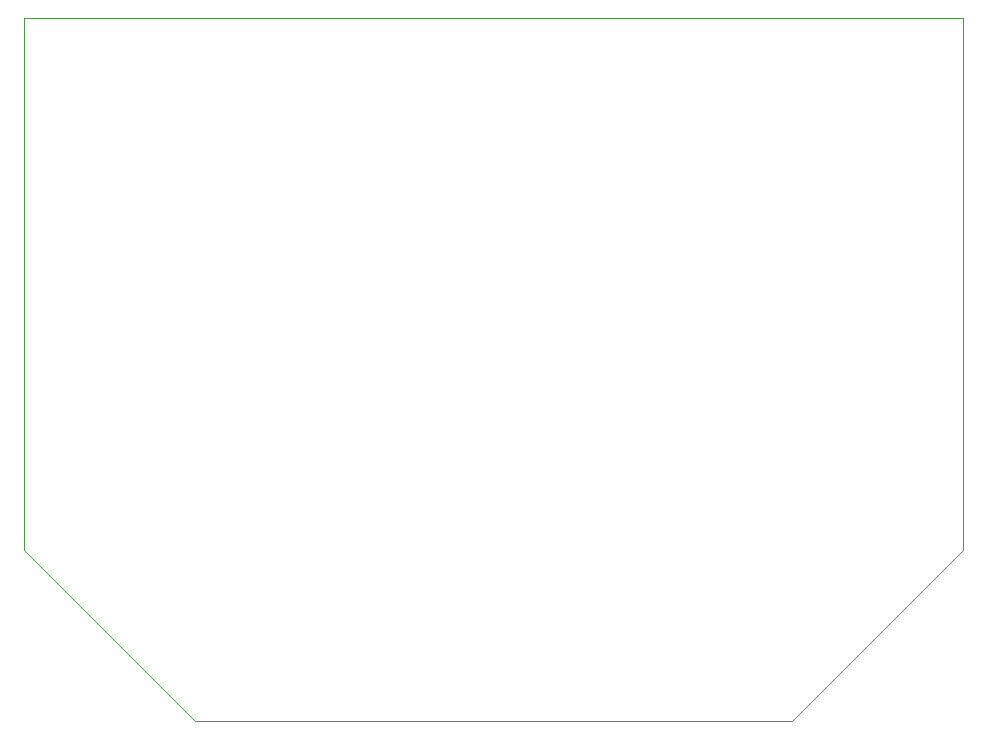
<source format=gbr>
%TF.GenerationSoftware,KiCad,Pcbnew,9.0.0*%
%TF.CreationDate,2025-03-28T13:41:41+02:00*%
%TF.ProjectId,Project Design,50726f6a-6563-4742-9044-657369676e2e,rev?*%
%TF.SameCoordinates,Original*%
%TF.FileFunction,Profile,NP*%
%FSLAX46Y46*%
G04 Gerber Fmt 4.6, Leading zero omitted, Abs format (unit mm)*
G04 Created by KiCad (PCBNEW 9.0.0) date 2025-03-28 13:41:41*
%MOMM*%
%LPD*%
G01*
G04 APERTURE LIST*
%TA.AperFunction,Profile*%
%ADD10C,0.100000*%
%TD*%
G04 APERTURE END LIST*
D10*
X208500000Y-91500000D02*
X194000000Y-106000000D01*
X143500000Y-106000000D01*
X129000000Y-91500000D01*
X129021277Y-46500000D01*
X208500000Y-46500000D01*
X208500000Y-91500000D01*
M02*

</source>
